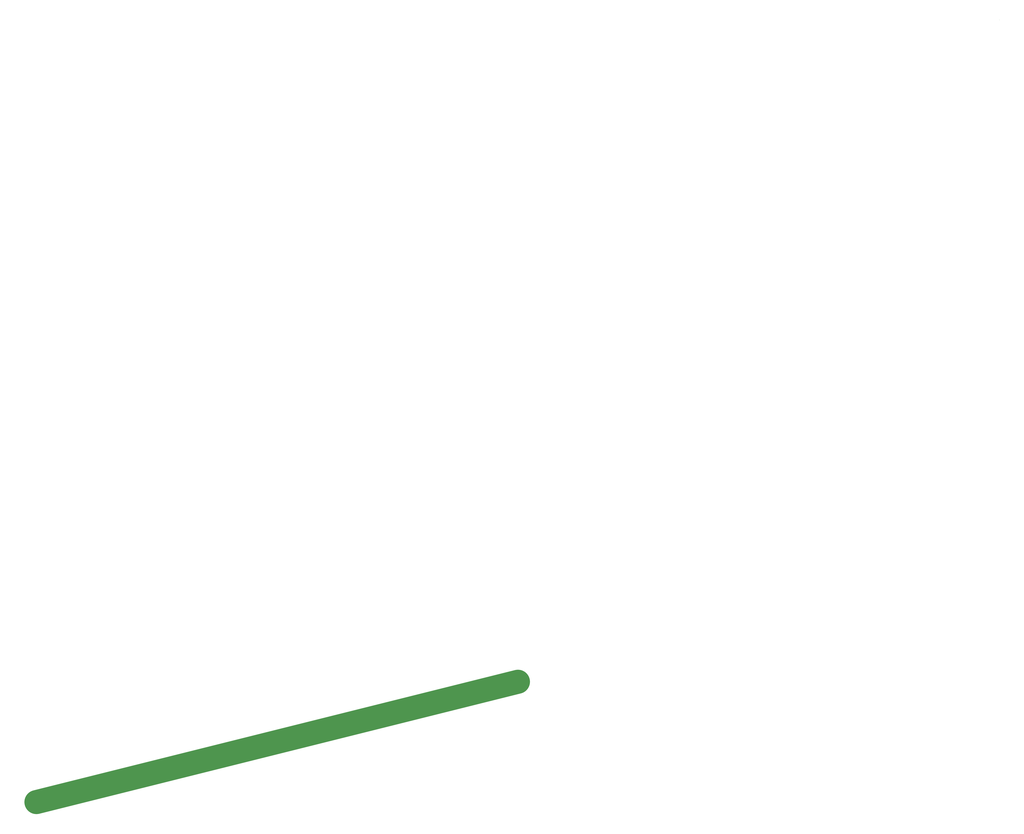
<source format=gbr>
%FSLAX26Y26*%
%MOIN*%
%AMREC1*
$2=$1*
$1=$2*
21,1,$1,$2,0,0,0*%
%AMREC2*
$1=$2*
$2=$1*
21,1,$1,$2,0,0,0*%
%ADD51REC1,0.02X0.01*%
%ADD52REC2,0.02X0.01*%
%ADD11C,1*%
G01*
%LPD*%
D11*
X-10000000Y-2500000D02*
X10000000Y2500000D01*
D51*
X0Y0D03*
D52*
X30000000Y30000000D03*
M02*

</source>
